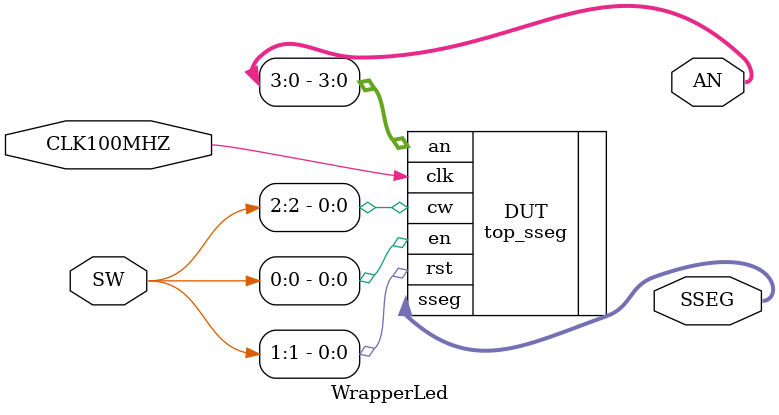
<source format=sv>
`timescale 1ns / 1ps


module WrapperLed(
    input logic [15:0] SW,
    input logic CLK100MHZ,
    //input logic BTNC, 
    output logic [6:0] SSEG,
    output logic [7:0] AN
    );


top_sseg DUT(
    .en(SW[0]),
    .cw(SW[2]),
    .clk(CLK100MHZ),
    .rst(SW[1]),
    .sseg(SSEG),
    .an(AN[3:0])
    );
    
endmodule

</source>
